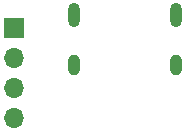
<source format=gbr>
%TF.GenerationSoftware,KiCad,Pcbnew,7.0.8*%
%TF.CreationDate,2023-10-22T22:03:38+02:00*%
%TF.ProjectId,Doodle Drive,446f6f64-6c65-4204-9472-6976652e6b69,1.0V*%
%TF.SameCoordinates,Original*%
%TF.FileFunction,Copper,L2,Bot*%
%TF.FilePolarity,Positive*%
%FSLAX46Y46*%
G04 Gerber Fmt 4.6, Leading zero omitted, Abs format (unit mm)*
G04 Created by KiCad (PCBNEW 7.0.8) date 2023-10-22 22:03:38*
%MOMM*%
%LPD*%
G01*
G04 APERTURE LIST*
%TA.AperFunction,ComponentPad*%
%ADD10O,1.000000X2.100000*%
%TD*%
%TA.AperFunction,ComponentPad*%
%ADD11O,1.000000X1.800000*%
%TD*%
%TA.AperFunction,ComponentPad*%
%ADD12R,1.700000X1.700000*%
%TD*%
%TA.AperFunction,ComponentPad*%
%ADD13O,1.700000X1.700000*%
%TD*%
G04 APERTURE END LIST*
D10*
%TO.P,J1,S1,SHIELD*%
%TO.N,GND*%
X93832500Y-81815000D03*
D11*
X93832500Y-86015000D03*
D10*
X102472500Y-81815000D03*
D11*
X102472500Y-86015000D03*
%TD*%
D12*
%TO.P,J2,1*%
%TO.N,+3V3*%
X88782500Y-82900000D03*
D13*
%TO.P,J2,2*%
%TO.N,PA13*%
X88782500Y-85440000D03*
%TO.P,J2,3*%
%TO.N,PA14*%
X88782500Y-87980000D03*
%TO.P,J2,4*%
%TO.N,GND*%
X88782500Y-90520000D03*
%TD*%
M02*

</source>
